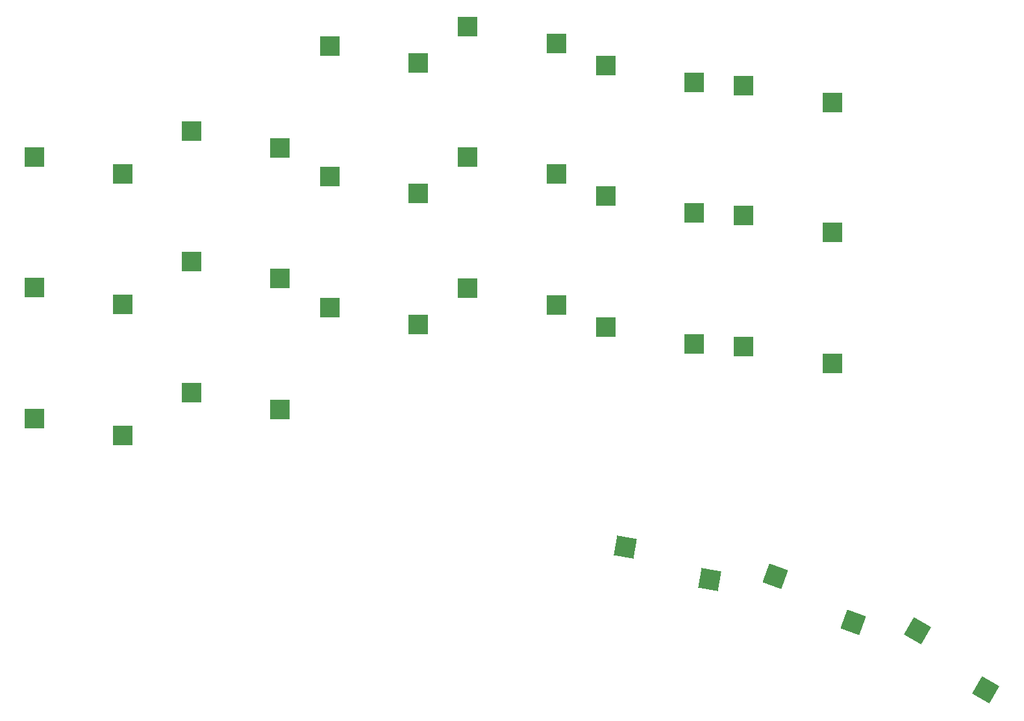
<source format=gbr>
%TF.GenerationSoftware,KiCad,Pcbnew,7.0.7*%
%TF.CreationDate,2023-09-26T21:15:29+07:00*%
%TF.ProjectId,rose,726f7365-2e6b-4696-9361-645f70636258,rev?*%
%TF.SameCoordinates,Original*%
%TF.FileFunction,Paste,Bot*%
%TF.FilePolarity,Positive*%
%FSLAX46Y46*%
G04 Gerber Fmt 4.6, Leading zero omitted, Abs format (unit mm)*
G04 Created by KiCad (PCBNEW 7.0.7) date 2023-09-26 21:15:29*
%MOMM*%
%LPD*%
G01*
G04 APERTURE LIST*
G04 Aperture macros list*
%AMRotRect*
0 Rectangle, with rotation*
0 The origin of the aperture is its center*
0 $1 length*
0 $2 width*
0 $3 Rotation angle, in degrees counterclockwise*
0 Add horizontal line*
21,1,$1,$2,0,0,$3*%
G04 Aperture macros list end*
%ADD10R,2.600000X2.600000*%
%ADD11RotRect,2.600000X2.600000X160.000000*%
%ADD12RotRect,2.600000X2.600000X150.000000*%
%ADD13RotRect,2.600000X2.600000X170.000000*%
G04 APERTURE END LIST*
D10*
%TO.C,S17*%
X-49702036Y40502848D03*
X-38152036Y38302848D03*
%TD*%
%TO.C,S4*%
X-67702036Y79703248D03*
X-56152036Y77503248D03*
%TD*%
%TO.C,S8*%
X-103702036Y49103248D03*
X-92152036Y46903248D03*
%TD*%
%TO.C,S6*%
X-31702036Y72053248D03*
X-20152036Y69853248D03*
%TD*%
D11*
%TO.C,S20*%
X-17451582Y1956436D03*
X-27552587Y7974093D03*
%TD*%
D10*
%TO.C,S12*%
X-31702036Y55053248D03*
X-20152036Y52853248D03*
%TD*%
%TO.C,S14*%
X-103702036Y32002848D03*
X-92152036Y29802848D03*
%TD*%
%TO.C,S10*%
X-67702036Y62703248D03*
X-56152036Y60503248D03*
%TD*%
%TO.C,S13*%
X-124202036Y28602848D03*
X-112652036Y26402848D03*
%TD*%
%TO.C,S16*%
X-67702036Y45602848D03*
X-56152036Y43402848D03*
%TD*%
%TO.C,S7*%
X-124202036Y45703248D03*
X-112652036Y43503248D03*
%TD*%
D12*
%TO.C,S21*%
X-145803Y-6792103D03*
X-9048396Y888153D03*
%TD*%
D10*
%TO.C,S11*%
X-49702036Y57603248D03*
X-38152036Y55403248D03*
%TD*%
%TO.C,S18*%
X-31702036Y37952848D03*
X-20152036Y35752848D03*
%TD*%
%TO.C,S3*%
X-85702036Y77153248D03*
X-74152036Y74953248D03*
%TD*%
D13*
%TO.C,S19*%
X-36120822Y7619434D03*
X-47113326Y11791647D03*
%TD*%
D10*
%TO.C,S9*%
X-85702036Y60153248D03*
X-74152036Y57953248D03*
%TD*%
%TO.C,S5*%
X-49702036Y74603248D03*
X-38152036Y72403248D03*
%TD*%
%TO.C,S15*%
X-85702036Y43052848D03*
X-74152036Y40852848D03*
%TD*%
%TO.C,S2*%
X-103702036Y66103248D03*
X-92152036Y63903248D03*
%TD*%
%TO.C,S1*%
X-124202036Y62703248D03*
X-112652036Y60503248D03*
%TD*%
M02*

</source>
